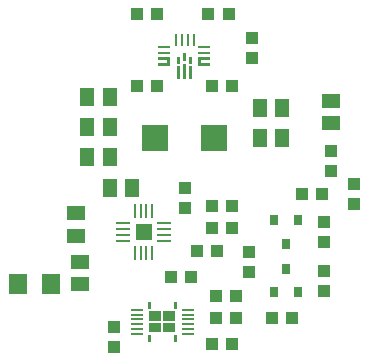
<source format=gbr>
G04 #@! TF.GenerationSoftware,KiCad,Pcbnew,5.0.1-33cea8e~68~ubuntu18.04.1*
G04 #@! TF.CreationDate,2018-11-28T04:35:50-05:00*
G04 #@! TF.ProjectId,psu,7073752E6B696361645F706362000000,rev?*
G04 #@! TF.SameCoordinates,Original*
G04 #@! TF.FileFunction,Paste,Top*
G04 #@! TF.FilePolarity,Positive*
%FSLAX46Y46*%
G04 Gerber Fmt 4.6, Leading zero omitted, Abs format (unit mm)*
G04 Created by KiCad (PCBNEW 5.0.1-33cea8e~68~ubuntu18.04.1) date Wed 28 Nov 2018 04:35:50 AM EST*
%MOMM*%
%LPD*%
G01*
G04 APERTURE LIST*
%ADD10C,0.100000*%
%ADD11R,0.250000X1.000000*%
%ADD12R,1.000000X0.250000*%
%ADD13R,1.400000X1.400000*%
%ADD14R,0.250000X1.300000*%
%ADD15R,1.300000X0.250000*%
%ADD16R,1.100000X0.200000*%
%ADD17R,2.200000X2.200000*%
%ADD18R,0.800000X0.900000*%
%ADD19R,1.300000X1.500000*%
%ADD20R,1.100000X1.000000*%
%ADD21R,1.600000X1.800000*%
%ADD22R,1.000000X1.100000*%
%ADD23R,1.500000X1.300000*%
G04 APERTURE END LIST*
D10*
G04 #@! TO.C,U3*
G36*
X157037500Y-95632500D02*
X157037500Y-96932500D01*
X157287500Y-96932500D01*
X157287500Y-95632500D01*
X157037500Y-95632500D01*
G37*
G36*
X157037500Y-94732500D02*
X157037500Y-95432500D01*
X157287500Y-95432500D01*
X157287500Y-94732500D01*
X157037500Y-94732500D01*
G37*
G36*
X156537500Y-95807500D02*
X156537500Y-96932500D01*
X156787500Y-96932500D01*
X156787500Y-95807500D01*
X156537500Y-95807500D01*
G37*
G36*
X157537500Y-95807500D02*
X157537500Y-96932500D01*
X157787500Y-96932500D01*
X157787500Y-95807500D01*
X157537500Y-95807500D01*
G37*
G36*
X156537500Y-95032500D02*
X156537500Y-95607500D01*
X156787500Y-95607500D01*
X156787500Y-95032500D01*
X156537500Y-95032500D01*
G37*
G36*
X157537500Y-95032500D02*
X157537500Y-95607500D01*
X157787500Y-95607500D01*
X157787500Y-95032500D01*
X157537500Y-95032500D01*
G37*
G36*
X155912500Y-95082500D02*
X154912500Y-95082500D01*
X154912500Y-95332500D01*
X155662500Y-95332500D01*
X155662500Y-95582500D01*
X154912500Y-95582500D01*
X154912500Y-95832500D01*
X155912500Y-95832500D01*
X155912500Y-95082500D01*
G37*
G36*
X158312500Y-95832500D02*
X159312500Y-95832500D01*
X159312500Y-95582500D01*
X158562500Y-95582500D01*
X158562500Y-95332500D01*
X159312500Y-95332500D01*
X159312500Y-95082500D01*
X158312500Y-95082500D01*
X158312500Y-95832500D01*
G37*
G04 #@! TO.C,U1*
G36*
X154282500Y-118575000D02*
X154032500Y-118575000D01*
X154032500Y-119175000D01*
X154282500Y-119175000D01*
X154282500Y-118575000D01*
G37*
G36*
X156482500Y-118575000D02*
X156232500Y-118575000D01*
X156232500Y-119175000D01*
X156482500Y-119175000D01*
X156482500Y-118575000D01*
G37*
G36*
X156482500Y-115775000D02*
X156232500Y-115775000D01*
X156232500Y-116375000D01*
X156482500Y-116375000D01*
X156482500Y-115775000D01*
G37*
G36*
X154282500Y-115775000D02*
X154032500Y-115775000D01*
X154032500Y-116375000D01*
X154282500Y-116375000D01*
X154282500Y-115775000D01*
G37*
G36*
X156357500Y-117375000D02*
X155357500Y-117375000D01*
X155357500Y-116575000D01*
X156357500Y-116575000D01*
X156357500Y-117375000D01*
G37*
G36*
X155157500Y-117375000D02*
X154157500Y-117375000D01*
X154157500Y-116575000D01*
X155157500Y-116575000D01*
X155157500Y-117375000D01*
G37*
G36*
X155157500Y-118375000D02*
X154157500Y-118375000D01*
X154157500Y-117575000D01*
X155157500Y-117575000D01*
X155157500Y-118375000D01*
G37*
G36*
X156357500Y-118375000D02*
X155357500Y-118375000D01*
X155357500Y-117575000D01*
X156357500Y-117575000D01*
X156357500Y-118375000D01*
G37*
G04 #@! TD*
D11*
G04 #@! TO.C,U3*
X157912500Y-93582500D03*
X157412500Y-93582500D03*
X156412500Y-93582500D03*
X156912500Y-93582500D03*
D12*
X155412500Y-94207500D03*
X155412500Y-94707500D03*
X158812500Y-94207500D03*
X158812500Y-94707500D03*
G04 #@! TD*
D13*
G04 #@! TO.C,U2*
X153670000Y-109855000D03*
D14*
X152920000Y-111605000D03*
X153420000Y-111605000D03*
X154420000Y-111605000D03*
X153920000Y-111605000D03*
D15*
X155420000Y-109105000D03*
X155420000Y-110605000D03*
X155420000Y-110105000D03*
X155420000Y-109605000D03*
D14*
X154420000Y-108105000D03*
X153920000Y-108105000D03*
X152920000Y-108105000D03*
X153420000Y-108105000D03*
D15*
X151920000Y-109105000D03*
X151920000Y-109605000D03*
X151920000Y-110605000D03*
X151920000Y-110105000D03*
G04 #@! TD*
D16*
G04 #@! TO.C,U1*
X153132500Y-116475000D03*
X153132500Y-116875000D03*
X153132500Y-117275000D03*
X153132500Y-117675000D03*
X153132500Y-118075000D03*
X153132500Y-118475000D03*
X157407500Y-116475000D03*
X157407500Y-116875000D03*
X157407500Y-117275000D03*
X157407500Y-118475000D03*
X157407500Y-118075000D03*
X157407500Y-117675000D03*
G04 #@! TD*
D17*
G04 #@! TO.C,L1*
X154662500Y-101917500D03*
X159662500Y-101917500D03*
G04 #@! TD*
D18*
G04 #@! TO.C,Q1*
X165735000Y-112982500D03*
X166735000Y-114982500D03*
X164735000Y-114982500D03*
G04 #@! TD*
G04 #@! TO.C,Q2*
X165735000Y-110855000D03*
X164735000Y-108855000D03*
X166735000Y-108855000D03*
G04 #@! TD*
D19*
G04 #@! TO.C,C1*
X165415000Y-99377500D03*
X163515000Y-99377500D03*
G04 #@! TD*
G04 #@! TO.C,C2*
X165415000Y-101917500D03*
X163515000Y-101917500D03*
G04 #@! TD*
D20*
G04 #@! TO.C,C3*
X159487500Y-97472500D03*
X161187500Y-97472500D03*
G04 #@! TD*
G04 #@! TO.C,C5*
X153137500Y-97472500D03*
X154837500Y-97472500D03*
G04 #@! TD*
D19*
G04 #@! TO.C,C6*
X148910000Y-98425000D03*
X150810000Y-98425000D03*
G04 #@! TD*
G04 #@! TO.C,C7*
X148910000Y-100965000D03*
X150810000Y-100965000D03*
G04 #@! TD*
G04 #@! TO.C,C8*
X148910000Y-103505000D03*
X150810000Y-103505000D03*
G04 #@! TD*
D21*
G04 #@! TO.C,R2*
X143062500Y-114300000D03*
X145862500Y-114300000D03*
G04 #@! TD*
D20*
G04 #@! TO.C,C4*
X153137500Y-91440000D03*
X154837500Y-91440000D03*
G04 #@! TD*
D22*
G04 #@! TO.C,R1*
X151130000Y-117895000D03*
X151130000Y-119595000D03*
G04 #@! TD*
G04 #@! TO.C,R3*
X168910000Y-114832500D03*
X168910000Y-113132500D03*
G04 #@! TD*
D20*
G04 #@! TO.C,R4*
X166267500Y-117157500D03*
X164567500Y-117157500D03*
G04 #@! TD*
D22*
G04 #@! TO.C,R5*
X168910000Y-109005000D03*
X168910000Y-110705000D03*
G04 #@! TD*
D20*
G04 #@! TO.C,R6*
X168807500Y-106680000D03*
X167107500Y-106680000D03*
G04 #@! TD*
D22*
G04 #@! TO.C,R7*
X162560000Y-111545000D03*
X162560000Y-113245000D03*
G04 #@! TD*
D20*
G04 #@! TO.C,R11*
X157695000Y-113665000D03*
X155995000Y-113665000D03*
G04 #@! TD*
D22*
G04 #@! TO.C,R12*
X171450000Y-105830000D03*
X171450000Y-107530000D03*
G04 #@! TD*
G04 #@! TO.C,R14*
X162877500Y-93447500D03*
X162877500Y-95147500D03*
G04 #@! TD*
D20*
G04 #@! TO.C,R15*
X160870000Y-91440000D03*
X159170000Y-91440000D03*
G04 #@! TD*
G04 #@! TO.C,R8*
X159917500Y-111442500D03*
X158217500Y-111442500D03*
G04 #@! TD*
G04 #@! TO.C,R9*
X159487500Y-107632500D03*
X161187500Y-107632500D03*
G04 #@! TD*
G04 #@! TO.C,R10*
X159487500Y-109537500D03*
X161187500Y-109537500D03*
G04 #@! TD*
G04 #@! TO.C,C9*
X159805000Y-117157500D03*
X161505000Y-117157500D03*
G04 #@! TD*
G04 #@! TO.C,C10*
X161505000Y-115252500D03*
X159805000Y-115252500D03*
G04 #@! TD*
G04 #@! TO.C,R16*
X159487500Y-119380000D03*
X161187500Y-119380000D03*
G04 #@! TD*
D19*
G04 #@! TO.C,C11*
X150815000Y-106172000D03*
X152715000Y-106172000D03*
G04 #@! TD*
D23*
G04 #@! TO.C,C12*
X147955000Y-108270000D03*
X147955000Y-110170000D03*
G04 #@! TD*
G04 #@! TO.C,C13*
X148272500Y-114297500D03*
X148272500Y-112397500D03*
G04 #@! TD*
D22*
G04 #@! TO.C,R13*
X157162500Y-107847500D03*
X157162500Y-106147500D03*
G04 #@! TD*
D23*
G04 #@! TO.C,D1*
X169545000Y-100645000D03*
X169545000Y-98745000D03*
G04 #@! TD*
D22*
G04 #@! TO.C,R17*
X169545000Y-102972500D03*
X169545000Y-104672500D03*
G04 #@! TD*
M02*

</source>
